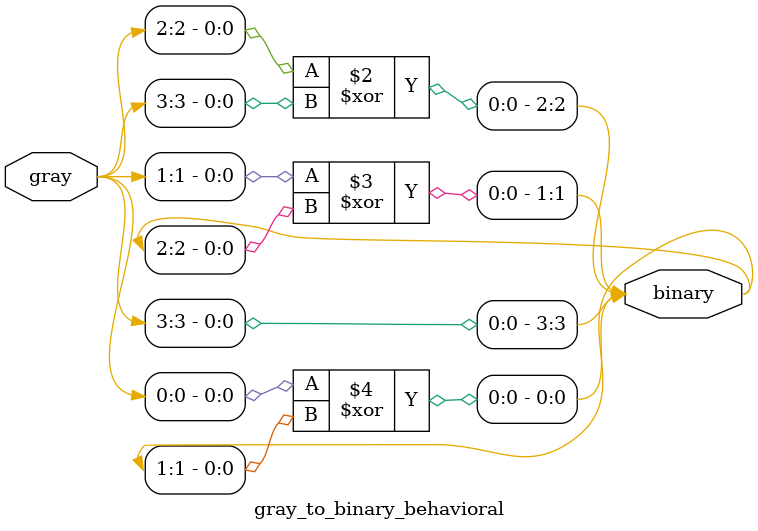
<source format=v>


module gray_to_binary_behavioral(
    input [3:0] gray,
    output reg [3:0] binary
);
    always @(gray) begin
        binary[3] = gray[3]; // MSB remains the same
        binary[2] = gray[2] ^ binary[3];
        binary[1] = gray[1] ^ binary[2];
        binary[0] = gray[0] ^ binary[1];
    end
endmodule


</source>
